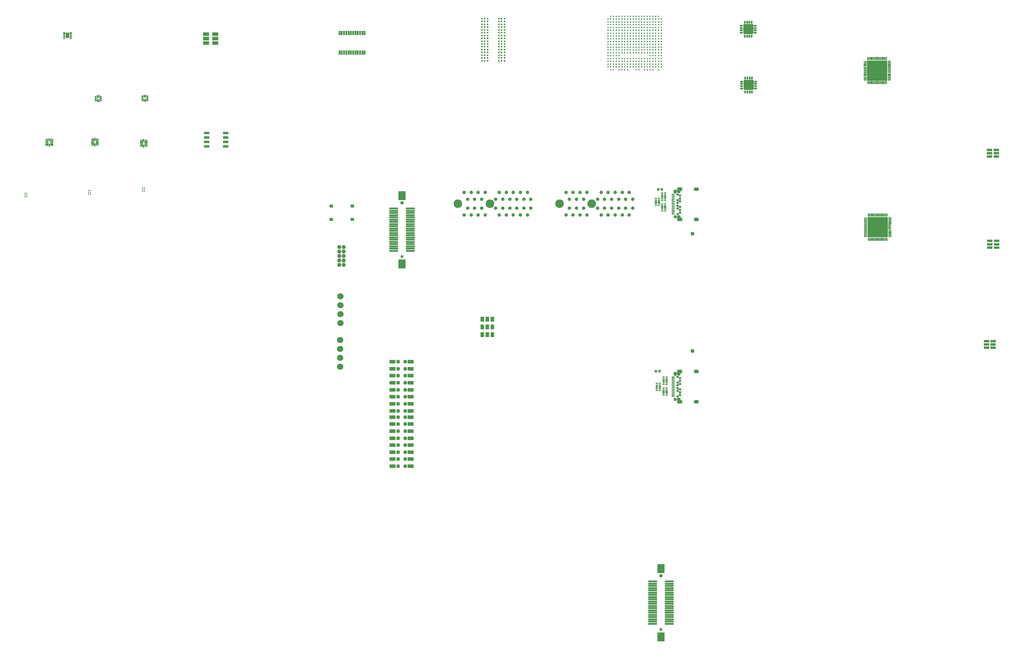
<source format=gts>
%FSLAX46Y46*%
%MOMM*%
%AMPS76*
4,1,4,
0.500000,0.550004,
0.500000,-0.549996,
0.000000,-0.549996,
0.000000,0.550004,
0.500000,0.550004,
0
*
1,1,1.100000,0.000000,0.000004*
1,1,1.100000,0.500000,0.000004*
4,1,4,
0.550000,-0.649996,
-0.550000,-0.649996,
-0.550000,0.000004,
0.550000,0.000004,
0.550000,-0.649996,
0
*
1,1,1.100000,0.000000,0.000004*
1,1,1.100000,0.000000,-0.649996*
%
%ADD76PS76*%
%AMPS50*
4,1,4,
0.500000,0.550004,
0.500000,-0.549996,
0.000000,-0.549996,
0.000000,0.550004,
0.500000,0.550004,
0
*
1,1,1.100000,0.000000,0.000004*
1,1,1.100000,0.500000,0.000004*
4,1,4,
0.550000,-0.649996,
-0.550000,-0.649996,
-0.550000,0.000004,
0.550000,0.000004,
0.550000,-0.649996,
0
*
1,1,1.100000,0.000000,0.000004*
1,1,1.100000,0.000000,-0.649996*
%
%ADD50PS50*%
%AMPS23*
1,1,0.350000,0.000000,0.000000*
%
%ADD23PS23*%
%AMPS82*
1,1,0.500000,0.000000,0.000000*
%
%ADD82PS82*%
%AMPS31*
1,1,0.450000,0.000000,0.000000*
%
%ADD31PS31*%
%AMPS93*
1,1,1.166800,0.000000,0.000000*
%
%ADD93PS93*%
%AMPS90*
1,1,1.166800,0.000000,0.000000*
%
%ADD90PS90*%
%AMPS78*
1,1,1.800000,0.000000,0.000000*
%
%ADD78PS78*%
%AMPS48*
1,1,0.700000,0.000000,0.000000*
%
%ADD48PS48*%
%AMPS45*
1,1,0.700000,0.000000,0.000000*
%
%ADD45PS45*%
%AMPS46*
1,1,0.700000,0.000000,0.000000*
%
%ADD46PS46*%
%AMPS79*
1,1,1.800000,0.000000,0.000000*
%
%ADD79PS79*%
%AMPS89*
1,1,1.166800,0.000000,0.000000*
%
%ADD89PS89*%
%AMPS71*
1,1,1.000000,0.000000,0.000000*
%
%ADD71PS71*%
%AMPS95*
1,1,1.000000,0.000000,0.000000*
%
%ADD95PS95*%
%AMPS72*
1,1,1.000000,0.000000,0.000000*
%
%ADD72PS72*%
%AMPS65*
1,1,1.000000,0.000000,0.000000*
%
%ADD65PS65*%
%AMPS49*
1,1,0.700000,0.000000,0.000000*
%
%ADD49PS49*%
%AMPS66*
1,1,1.000000,0.000000,0.000000*
%
%ADD66PS66*%
%AMPS73*
1,1,1.000000,0.000000,0.000000*
%
%ADD73PS73*%
%AMPS92*
1,1,1.166800,0.000000,0.000000*
%
%ADD92PS92*%
%AMPS81*
1,1,1.800000,0.000000,0.000000*
%
%ADD81PS81*%
%AMPS70*
1,1,1.000000,0.000000,0.000000*
%
%ADD70PS70*%
%AMPS94*
1,1,1.000000,0.000000,0.000000*
%
%ADD94PS94*%
%AMPS80*
1,1,1.800000,0.000000,0.000000*
%
%ADD80PS80*%
%AMPS44*
1,1,0.700000,0.000000,0.000000*
%
%ADD44PS44*%
%AMPS69*
1,1,1.000000,0.000000,0.000000*
%
%ADD69PS69*%
%AMPS68*
1,1,1.000000,0.000000,0.000000*
%
%ADD68PS68*%
%AMPS64*
1,1,1.000000,0.000000,0.000000*
%
%ADD64PS64*%
%AMPS67*
1,1,1.000000,0.000000,0.000000*
%
%ADD67PS67*%
%AMPS53*
1,1,0.700000,0.000000,0.000000*
%
%ADD53PS53*%
%AMPS91*
1,1,1.166800,0.000000,0.000000*
%
%ADD91PS91*%
%AMPS62*
21,1,0.990000,1.750000,0.000000,0.000000,90.000000*
%
%ADD62PS62*%
%AMPS61*
21,1,0.990000,1.750000,0.000000,0.000000,270.000000*
%
%ADD61PS61*%
%AMPS86*
21,1,0.550000,1.150000,0.000000,0.000000,0.000000*
%
%ADD86PS86*%
%AMPS87*
21,1,0.550000,1.150000,0.000000,0.000000,180.000000*
%
%ADD87PS87*%
%AMPS88*
21,1,0.700000,0.600000,0.000000,0.000000,0.000000*
%
%ADD88PS88*%
%AMPS59*
21,1,0.700000,0.600000,0.000000,0.000000,180.000000*
%
%ADD59PS59*%
%AMPS10*
21,1,0.750000,1.550000,0.000000,0.000000,90.000000*
%
%ADD10PS10*%
%AMPS11*
21,1,0.750000,1.550000,0.000000,0.000000,270.000000*
%
%ADD11PS11*%
%AMPS13*
21,1,0.790000,0.420000,0.000000,0.000000,0.000000*
%
%ADD13PS13*%
%AMPS41*
21,1,0.790000,0.420000,0.000000,0.000000,180.000000*
%
%ADD41PS41*%
%AMPS56*
21,1,0.990000,1.700000,0.000000,0.000000,90.000000*
%
%ADD56PS56*%
%AMPS55*
21,1,0.990000,1.700000,0.000000,0.000000,270.000000*
%
%ADD55PS55*%
%AMPS58*
21,1,0.320000,0.800000,0.000000,0.000000,0.000000*
%
%ADD58PS58*%
%AMPS84*
21,1,0.700000,1.600000,0.000000,0.000000,90.000000*
%
%ADD84PS84*%
%AMPS83*
21,1,0.700000,1.600000,0.000000,0.000000,270.000000*
%
%ADD83PS83*%
%AMPS57*
21,1,0.320000,0.550000,0.000000,0.000000,270.000000*
%
%ADD57PS57*%
%AMPS25*
21,1,0.800000,0.320000,0.000000,0.000000,180.000000*
%
%ADD25PS25*%
%AMPS24*
21,1,0.800000,0.320000,0.000000,0.000000,270.000000*
%
%ADD24PS24*%
%AMPS14*
21,1,0.790000,0.320000,0.000000,0.000000,0.000000*
%
%ADD14PS14*%
%AMPS16*
21,1,0.790000,0.320000,0.000000,0.000000,90.000000*
%
%ADD16PS16*%
%AMPS17*
21,1,0.790000,0.320000,0.000000,0.000000,180.000000*
%
%ADD17PS17*%
%AMPS15*
21,1,0.790000,0.320000,0.000000,0.000000,270.000000*
%
%ADD15PS15*%
%AMPS42*
21,1,0.420000,0.800000,0.000000,0.000000,90.000000*
%
%ADD42PS42*%
%AMPS96*
1,1,0.300000,0.000000,0.000000*
%
%ADD96PS96*%
%AMPS43*
21,1,0.500000,1.000000,0.000000,0.000000,180.000000*
1,1,1.000000,-0.250000,0.000000*
1,1,1.000000,0.250000,0.000000*
%
%ADD43PS43*%
%AMPS74*
21,1,0.500000,1.000000,0.000000,0.000000,180.000000*
1,1,1.000000,-0.250000,0.000000*
1,1,1.000000,0.250000,0.000000*
%
%ADD74PS74*%
%AMPS54*
21,1,0.500000,1.000000,0.000000,0.000000,180.000000*
1,1,1.000000,-0.250000,0.000000*
1,1,1.000000,0.250000,0.000000*
%
%ADD54PS54*%
%AMPS77*
21,1,0.500000,1.000000,0.000000,0.000000,180.000000*
1,1,1.000000,-0.250000,0.000000*
1,1,1.000000,0.250000,0.000000*
%
%ADD77PS77*%
%AMPS32*
21,1,1.300000,1.000000,0.000000,0.000000,270.000000*
%
%ADD32PS32*%
%AMPS28*
21,1,5.700000,5.700000,0.000000,0.000000,0.000000*
%
%ADD28PS28*%
%AMPS12*
1,1,1.116000,0.000000,0.000000*
%
%ADD12PS12*%
%AMPS38*
1,1,0.800000,0.000000,0.000000*
%
%ADD38PS38*%
%AMPS60*
1,1,1.100000,0.000000,0.000000*
%
%ADD60PS60*%
%AMPS40*
1,1,1.000000,0.000000,0.000000*
%
%ADD40PS40*%
%AMPS63*
1,1,2.450000,0.000000,0.000000*
%
%ADD63PS63*%
%AMPS51*
1,1,0.950000,0.000000,0.000000*
%
%ADD51PS51*%
%AMPS52*
21,1,0.300000,0.950000,0.000000,0.000000,90.000000*
1,1,0.950000,0.000000,0.150000*
1,1,0.950000,0.000000,-0.150000*
%
%ADD52PS52*%
%AMPS33*
1,1,0.200000,-0.200000,0.050000*
1,1,0.200000,0.200000,-0.050000*
1,1,0.200000,0.200000,0.050000*
1,1,0.200000,-0.200000,-0.050000*
21,1,0.600000,0.100000,0.000000,0.000000,0.000000*
21,1,0.400000,0.300000,0.000000,0.000000,0.000000*
%
%ADD33PS33*%
%AMPS34*
1,1,0.200000,0.200000,-0.050000*
1,1,0.200000,-0.200000,0.050000*
1,1,0.200000,-0.200000,-0.050000*
1,1,0.200000,0.200000,0.050000*
21,1,0.600000,0.100000,0.000000,0.000000,180.000000*
21,1,0.400000,0.300000,0.000000,0.000000,180.000000*
%
%ADD34PS34*%
%AMPS39*
1,1,0.300000,0.900000,1.150000*
1,1,0.300000,-0.900000,-1.150000*
1,1,0.300000,0.900000,-1.150000*
1,1,0.300000,-0.900000,1.150000*
21,1,2.600000,1.800000,0.000000,0.000000,270.000000*
21,1,2.300000,2.100000,0.000000,0.000000,270.000000*
%
%ADD39PS39*%
%AMPS22*
1,1,0.200000,-1.300000,1.300000*
1,1,0.200000,1.300000,-1.300000*
1,1,0.200000,1.300000,1.300000*
1,1,0.200000,-1.300000,-1.300000*
21,1,2.800000,2.600000,0.000000,0.000000,0.000000*
21,1,2.600000,2.800000,0.000000,0.000000,0.000000*
%
%ADD22PS22*%
%AMPS29*
1,1,0.200000,0.232500,-0.050000*
1,1,0.200000,-0.232500,0.050000*
1,1,0.200000,-0.232500,-0.050000*
1,1,0.200000,0.232500,0.050000*
21,1,0.665000,0.100000,0.000000,0.000000,180.000000*
21,1,0.465000,0.300000,0.000000,0.000000,180.000000*
%
%ADD29PS29*%
%AMPS35*
1,1,0.200000,0.400000,-0.700000*
1,1,0.200000,-0.400000,0.700000*
1,1,0.200000,-0.400000,-0.700000*
1,1,0.200000,0.400000,0.700000*
21,1,1.000000,1.400000,0.000000,0.000000,180.000000*
21,1,0.800000,1.600000,0.000000,0.000000,180.000000*
%
%ADD35PS35*%
%AMPS85*
1,1,0.300000,-0.400000,0.275000*
1,1,0.300000,0.400000,-0.275000*
1,1,0.300000,0.400000,0.275000*
1,1,0.300000,-0.400000,-0.275000*
21,1,1.100000,0.550000,0.000000,0.000000,0.000000*
21,1,0.800000,0.850000,0.000000,0.000000,0.000000*
%
%ADD85PS85*%
%AMPS30*
1,1,0.200000,0.232500,-0.150000*
1,1,0.200000,-0.232500,0.150000*
1,1,0.200000,-0.232500,-0.150000*
1,1,0.200000,0.232500,0.150000*
21,1,0.665000,0.300000,0.000000,0.000000,180.000000*
21,1,0.465000,0.500000,0.000000,0.000000,180.000000*
%
%ADD30PS30*%
%AMPS36*
1,1,0.300000,-1.150000,-0.075000*
1,1,0.300000,1.150000,0.075000*
1,1,0.300000,-1.150000,0.075000*
1,1,0.300000,1.150000,-0.075000*
21,1,0.450000,2.300000,0.000000,0.000000,90.000000*
21,1,0.150000,2.600000,0.000000,0.000000,90.000000*
%
%ADD36PS36*%
%AMPS37*
1,1,0.300000,1.150000,0.075000*
1,1,0.300000,-1.150000,-0.075000*
1,1,0.300000,1.150000,-0.075000*
1,1,0.300000,-1.150000,0.075000*
21,1,0.450000,2.300000,0.000000,0.000000,270.000000*
21,1,0.150000,2.600000,0.000000,0.000000,270.000000*
%
%ADD37PS37*%
%AMPS20*
1,1,0.450000,0.000000,0.225000*
1,1,0.450000,0.000000,-0.225000*
1,1,0.450000,0.000000,0.225000*
1,1,0.450000,0.000000,-0.225000*
21,1,0.450000,0.450000,0.000000,0.000000,0.000000*
21,1,0.000000,0.900000,0.000000,0.000000,0.000000*
%
%ADD20PS20*%
%AMPS18*
1,1,0.450000,-0.225000,0.000000*
1,1,0.450000,0.225000,0.000000*
1,1,0.450000,-0.225000,0.000000*
1,1,0.450000,0.225000,0.000000*
21,1,0.450000,0.450000,0.000000,0.000000,90.000000*
21,1,0.000000,0.900000,0.000000,0.000000,90.000000*
%
%ADD18PS18*%
%AMPS21*
1,1,0.450000,0.000000,-0.225000*
1,1,0.450000,0.000000,0.225000*
1,1,0.450000,0.000000,-0.225000*
1,1,0.450000,0.000000,0.225000*
21,1,0.450000,0.450000,0.000000,0.000000,180.000000*
21,1,0.000000,0.900000,0.000000,0.000000,180.000000*
%
%ADD21PS21*%
%AMPS19*
1,1,0.450000,0.225000,0.000000*
1,1,0.450000,-0.225000,0.000000*
1,1,0.450000,0.225000,0.000000*
1,1,0.450000,-0.225000,0.000000*
21,1,0.450000,0.450000,0.000000,0.000000,270.000000*
21,1,0.000000,0.900000,0.000000,0.000000,270.000000*
%
%ADD19PS19*%
%AMPS75*
4,1,4,
0.500000,0.550000,
0.500000,-0.550000,
0.000000,-0.550000,
0.000000,0.550000,
0.500000,0.550000,
0
*
1,1,1.100000,0.000000,0.000000*
1,1,1.100000,0.500000,0.000000*
4,1,4,
0.550000,0.000000,
-0.550000,0.000000,
-0.550000,0.650000,
0.550000,0.650000,
0.550000,0.000000,
0
*
1,1,1.100000,0.000000,0.650000*
1,1,1.100000,0.000000,0.000000*
%
%ADD75PS75*%
%AMPS47*
4,1,4,
0.500000,0.550000,
0.500000,-0.550000,
0.000000,-0.550000,
0.000000,0.550000,
0.500000,0.550000,
0
*
1,1,1.100000,0.000000,0.000000*
1,1,1.100000,0.500000,0.000000*
4,1,4,
0.550000,0.000000,
-0.550000,0.000000,
-0.550000,0.650000,
0.550000,0.650000,
0.550000,0.000000,
0
*
1,1,1.100000,0.000000,0.650000*
1,1,1.100000,0.000000,0.000000*
%
%ADD47PS47*%
%AMPS27*
4,1,4,
-0.050000,-0.040000,
-0.050000,0.260000,
0.750000,0.260000,
0.750000,-0.040000,
-0.050000,-0.040000,
0
*
4,1,4,
-0.050000,0.360000,
-0.050000,0.660000,
0.750000,0.660000,
0.750000,0.360000,
-0.050000,0.360000,
0
*
%
%ADD27PS27*%
%AMPS26*
4,1,4,
0.050000,-0.760000,
0.050000,-1.060000,
-0.750000,-1.060000,
-0.750000,-0.760000,
0.050000,-0.760000,
0
*
4,1,4,
0.050000,0.040000,
0.050000,-0.260000,
-0.750000,-0.260000,
-0.750000,0.040000,
0.050000,0.040000,
0
*
4,1,4,
0.050000,-0.360000,
0.050000,-0.660000,
-0.750000,-0.660000,
-0.750000,-0.360000,
0.050000,-0.360000,
0
*
%
%ADD26PS26*%
G01*
G01*
%LPD*%
G75*
D10*
X128140000Y-14840000D03*
D11*
X128140000Y-12940000D03*
D11*
X126240000Y-14840000D03*
D11*
X126240000Y-12940000D03*
D11*
X126240000Y-13890000D03*
D10*
X128140000Y-13890000D03*
D12*
X42532000Y-15741100D03*
D12*
X42532000Y17741100D03*
D13*
X-139955000Y42915000D03*
D14*
X-139955000Y43715000D03*
D15*
X-140610000Y42910000D03*
D16*
X-140610000Y44520000D03*
D17*
X-141265000Y43715000D03*
D17*
X-141265000Y44115000D03*
D17*
X-141265000Y44515000D03*
D17*
X-141265000Y42915000D03*
D14*
X-139955000Y43315000D03*
D17*
X-141265000Y43315000D03*
D14*
X-139955000Y44515000D03*
D14*
X-139955000Y44115000D03*
D18*
X56500000Y60425000D03*
D19*
X60500000Y59775000D03*
D18*
X56500000Y59775000D03*
D20*
X58825000Y62100000D03*
D20*
X57525000Y62100000D03*
D19*
X60500000Y61075000D03*
D18*
X56500000Y61075000D03*
D21*
X58175000Y58100000D03*
D20*
X58175000Y62100000D03*
D22*
X58500000Y60100000D03*
D19*
X60500000Y59125000D03*
D20*
X59475000Y62100000D03*
D18*
X56500000Y59125000D03*
D21*
X59475000Y58100000D03*
D21*
X58825000Y58100000D03*
D21*
X57525000Y58100000D03*
D19*
X60500000Y60425000D03*
D23*
X-129400000Y29500000D03*
D23*
X-129400000Y30000000D03*
D23*
X-128900000Y29000000D03*
D23*
X-128900000Y29500000D03*
D23*
X-129400000Y29000000D03*
D23*
X-128900000Y30000000D03*
D24*
X94500000Y60760000D03*
D24*
X93700000Y67640000D03*
D24*
X93700000Y60760000D03*
D25*
X98540000Y62800000D03*
D26*
X92010000Y62510000D03*
D24*
X95300000Y60760000D03*
D25*
X98540000Y65200000D03*
D24*
X95700000Y67640000D03*
D25*
X98540000Y66400000D03*
D24*
X97300000Y67640000D03*
D24*
X94100000Y67640000D03*
D24*
X95300000Y67640000D03*
D24*
X92900000Y67640000D03*
D24*
X92900000Y60760000D03*
D25*
X98540000Y63200000D03*
D27*
X98190000Y64290000D03*
D27*
X98190000Y63490000D03*
D24*
X94900000Y60760000D03*
D24*
X96100000Y67640000D03*
D24*
X95700000Y60760000D03*
D24*
X97700000Y60760000D03*
D24*
X92500000Y67640000D03*
D24*
X96500000Y60760000D03*
D25*
X98540000Y66800000D03*
D24*
X96900000Y67640000D03*
D24*
X96900000Y60760000D03*
D24*
X96500000Y67640000D03*
D25*
X98540000Y62000000D03*
D25*
X98540000Y66000000D03*
D24*
X94900000Y67640000D03*
D25*
X98540000Y65600000D03*
D26*
X92010000Y64110000D03*
D24*
X97700000Y67640000D03*
D24*
X94100000Y60760000D03*
D24*
X97300000Y60760000D03*
D25*
X98540000Y62400000D03*
D24*
X94500000Y67640000D03*
D24*
X92500000Y60760000D03*
D28*
X95100000Y64200000D03*
D24*
X93300000Y60760000D03*
D26*
X92010000Y65310000D03*
D25*
X98540000Y61600000D03*
D25*
X91660000Y65600000D03*
D26*
X92010000Y66910000D03*
D25*
X91660000Y62800000D03*
D24*
X93300000Y67640000D03*
D24*
X96100000Y60760000D03*
D29*
X34282500Y-28300000D03*
D29*
X35117500Y-26300000D03*
D29*
X35117500Y-27800000D03*
D30*
X34282500Y-27300000D03*
D29*
X34282500Y-26300000D03*
D29*
X35117500Y-26800000D03*
D29*
X34282500Y-26800000D03*
D29*
X35117500Y-28300000D03*
D30*
X35117500Y-27300000D03*
D29*
X34282500Y-27800000D03*
D31*
X18440000Y70080000D03*
D31*
X20840000Y75680000D03*
D31*
X32840000Y66880000D03*
D31*
X29640000Y66080000D03*
D31*
X20040000Y67680000D03*
D31*
X32040000Y71680000D03*
D31*
X28040000Y71680000D03*
D31*
X29640000Y72480000D03*
D31*
X28040000Y78880000D03*
D31*
X24040000Y72480000D03*
D31*
X24840000Y70080000D03*
D31*
X23240000Y69280000D03*
D31*
X26440000Y71680000D03*
D31*
X32040000Y75680000D03*
D31*
X23240000Y67680000D03*
D31*
X22440000Y71680000D03*
D31*
X23240000Y66880000D03*
D31*
X33640000Y66880000D03*
D31*
X22440000Y72480000D03*
D31*
X30440000Y64480000D03*
D31*
X18440000Y67680000D03*
D31*
X25640000Y65280000D03*
D31*
X22440000Y77280000D03*
D31*
X18440000Y65280000D03*
D31*
X32040000Y67680000D03*
D31*
X33640000Y78080000D03*
D31*
X28840000Y67680000D03*
D31*
X18440000Y76480000D03*
D31*
X32840000Y77280000D03*
D31*
X21640000Y66080000D03*
D31*
X20040000Y70880000D03*
D31*
X19240000Y75680000D03*
D31*
X32840000Y76480000D03*
D31*
X19240000Y78880000D03*
D31*
X26440000Y74080000D03*
D31*
X21640000Y76480000D03*
D31*
X21640000Y67680000D03*
D31*
X27240000Y66880000D03*
D31*
X22440000Y66880000D03*
D31*
X25640000Y70080000D03*
D31*
X32840000Y79680000D03*
D31*
X21640000Y74080000D03*
D31*
X32840000Y74080000D03*
D31*
X29640000Y73280000D03*
D31*
X19240000Y64480000D03*
D31*
X28040000Y75680000D03*
D31*
X28840000Y64480000D03*
D31*
X20840000Y70080000D03*
D31*
X20040000Y74880000D03*
D31*
X28040000Y79680000D03*
D31*
X29640000Y75680000D03*
D31*
X23240000Y78080000D03*
D31*
X25640000Y74080000D03*
D31*
X31240000Y71680000D03*
D31*
X22440000Y67680000D03*
D31*
X20840000Y65280000D03*
D31*
X33640000Y74880000D03*
D31*
X28840000Y65280000D03*
D31*
X33640000Y76480000D03*
D31*
X23240000Y70080000D03*
D31*
X28040000Y67680000D03*
D31*
X20840000Y79680000D03*
D31*
X23240000Y66080000D03*
D31*
X29640000Y66880000D03*
D31*
X24840000Y76480000D03*
D31*
X18440000Y70880000D03*
D31*
X29640000Y71680000D03*
D31*
X24840000Y65280000D03*
D31*
X27240000Y72480000D03*
D31*
X24840000Y67680000D03*
D31*
X20040000Y77280000D03*
D31*
X18440000Y74080000D03*
D31*
X25640000Y67680000D03*
D31*
X28840000Y66880000D03*
D31*
X26440000Y76480000D03*
D31*
X27240000Y70080000D03*
D31*
X24040000Y73280000D03*
D31*
X24040000Y67680000D03*
D31*
X32840000Y73280000D03*
D31*
X29640000Y78880000D03*
D31*
X27240000Y69280000D03*
D31*
X20040000Y69280000D03*
D31*
X30440000Y66080000D03*
D31*
X33640000Y67680000D03*
D31*
X24840000Y70880000D03*
D31*
X20840000Y69280000D03*
D31*
X32840000Y71680000D03*
D31*
X18440000Y71680000D03*
D31*
X24040000Y78880000D03*
D31*
X31240000Y74880000D03*
D31*
X29640000Y65280000D03*
D31*
X27240000Y71680000D03*
D31*
X28840000Y79680000D03*
D31*
X26440000Y72480000D03*
D31*
X29640000Y77280000D03*
D31*
X33640000Y68480000D03*
D31*
X28840000Y74880000D03*
D31*
X25640000Y70880000D03*
D31*
X26440000Y69280000D03*
D31*
X32840000Y75680000D03*
D31*
X27240000Y76480000D03*
D31*
X21640000Y70080000D03*
D31*
X20840000Y78080000D03*
D31*
X25640000Y74880000D03*
D31*
X30440000Y75680000D03*
D31*
X25640000Y73280000D03*
D31*
X23240000Y75680000D03*
D31*
X19240000Y73280000D03*
D31*
X21640000Y78880000D03*
D31*
X28040000Y74880000D03*
D31*
X19240000Y79680000D03*
D31*
X18440000Y66080000D03*
D31*
X24040000Y75680000D03*
D31*
X22440000Y78880000D03*
D31*
X18440000Y74880000D03*
D31*
X32040000Y66880000D03*
D31*
X26440000Y70080000D03*
D31*
X31240000Y70880000D03*
D31*
X32840000Y65280000D03*
D31*
X27240000Y70880000D03*
D31*
X28040000Y72480000D03*
D31*
X20840000Y74880000D03*
D31*
X32840000Y67680000D03*
D31*
X24840000Y78880000D03*
D31*
X22440000Y69280000D03*
D31*
X22440000Y65280000D03*
D31*
X23240000Y76480000D03*
D31*
X20040000Y71680000D03*
D31*
X18440000Y69280000D03*
D31*
X32040000Y70880000D03*
D31*
X23240000Y73280000D03*
D31*
X18440000Y77280000D03*
D31*
X28840000Y77280000D03*
D31*
X24840000Y74080000D03*
D31*
X31240000Y66080000D03*
D31*
X30440000Y78080000D03*
D31*
X26440000Y73280000D03*
D31*
X33640000Y74080000D03*
D31*
X26440000Y78080000D03*
D31*
X22440000Y76480000D03*
D31*
X31240000Y76480000D03*
D31*
X32040000Y76480000D03*
D31*
X24840000Y75680000D03*
D31*
X32040000Y74080000D03*
D31*
X20040000Y78880000D03*
D31*
X21640000Y71680000D03*
D31*
X33640000Y78880000D03*
D31*
X29640000Y74080000D03*
D31*
X32040000Y66080000D03*
D31*
X19240000Y70080000D03*
D31*
X23240000Y71680000D03*
D31*
X18440000Y78880000D03*
D31*
X26440000Y75680000D03*
D31*
X25640000Y71680000D03*
D31*
X32040000Y78080000D03*
D31*
X19240000Y74080000D03*
D31*
X30440000Y78880000D03*
D31*
X28040000Y70080000D03*
D31*
X24840000Y74880000D03*
D31*
X32040000Y69280000D03*
D31*
X26440000Y64480000D03*
D31*
X29640000Y64480000D03*
D31*
X22440000Y79680000D03*
D31*
X32840000Y78880000D03*
D31*
X24040000Y76480000D03*
D31*
X24840000Y71680000D03*
D31*
X19240000Y67680000D03*
D31*
X18440000Y73280000D03*
D31*
X20840000Y71680000D03*
D31*
X25640000Y79680000D03*
D31*
X24040000Y74880000D03*
D31*
X20040000Y66080000D03*
D31*
X25640000Y78080000D03*
D31*
X21640000Y79680000D03*
D31*
X24040000Y71680000D03*
D31*
X32840000Y74880000D03*
D31*
X26440000Y78880000D03*
D31*
X32840000Y70880000D03*
D31*
X20040000Y73280000D03*
D31*
X18440000Y68480000D03*
D31*
X24840000Y79680000D03*
D31*
X28840000Y73280000D03*
D31*
X24040000Y77280000D03*
D31*
X28840000Y76480000D03*
D31*
X32840000Y64480000D03*
D31*
X32840000Y78080000D03*
D31*
X18440000Y66880000D03*
D31*
X22440000Y64480000D03*
D31*
X19240000Y66880000D03*
D31*
X27240000Y73280000D03*
D31*
X24840000Y77280000D03*
D31*
X27240000Y67680000D03*
D31*
X30440000Y70880000D03*
D31*
X28040000Y78080000D03*
D31*
X30440000Y69280000D03*
D31*
X27240000Y78080000D03*
D31*
X30440000Y66880000D03*
D31*
X32040000Y77280000D03*
D31*
X28040000Y69280000D03*
D31*
X30440000Y74080000D03*
D31*
X27240000Y79680000D03*
D31*
X27240000Y65280000D03*
D31*
X23240000Y79680000D03*
D31*
X21640000Y66880000D03*
D31*
X28840000Y72480000D03*
D31*
X21640000Y65280000D03*
D31*
X19240000Y71680000D03*
D31*
X20840000Y76480000D03*
D31*
X31240000Y67680000D03*
D31*
X30440000Y76480000D03*
D31*
X33640000Y69280000D03*
D31*
X20040000Y75680000D03*
D31*
X31240000Y66880000D03*
D31*
X30440000Y68480000D03*
D31*
X23240000Y74880000D03*
D31*
X20040000Y78080000D03*
D31*
X20840000Y74080000D03*
D31*
X19240000Y65280000D03*
D31*
X28040000Y73280000D03*
D31*
X20840000Y70880000D03*
D31*
X27240000Y78880000D03*
D31*
X24040000Y66080000D03*
D31*
X31240000Y65280000D03*
D31*
X24840000Y66880000D03*
D31*
X28840000Y78080000D03*
D31*
X33640000Y70880000D03*
D31*
X24840000Y72480000D03*
D31*
X25640000Y72480000D03*
D31*
X26440000Y77280000D03*
D31*
X23240000Y78880000D03*
D31*
X22440000Y70080000D03*
D31*
X20040000Y76480000D03*
D31*
X28040000Y74080000D03*
D31*
X23240000Y70880000D03*
D31*
X31240000Y70080000D03*
D31*
X19240000Y76480000D03*
D31*
X31240000Y79680000D03*
D31*
X28840000Y75680000D03*
D31*
X31240000Y74080000D03*
D31*
X24040000Y74080000D03*
D31*
X28840000Y78880000D03*
D31*
X21640000Y74880000D03*
D31*
X24040000Y79680000D03*
D31*
X31240000Y64480000D03*
D31*
X20040000Y66880000D03*
D31*
X28840000Y74080000D03*
D31*
X28040000Y65280000D03*
D31*
X19240000Y78080000D03*
D31*
X20040000Y70080000D03*
D31*
X20840000Y68480000D03*
D31*
X31240000Y75680000D03*
D31*
X28840000Y71680000D03*
D31*
X32040000Y68480000D03*
D31*
X25640000Y75680000D03*
D31*
X19240000Y68480000D03*
D31*
X24040000Y69280000D03*
D31*
X32040000Y65280000D03*
D31*
X26440000Y66880000D03*
D31*
X33640000Y73280000D03*
D31*
X31240000Y77280000D03*
D31*
X32840000Y69280000D03*
D31*
X20840000Y66880000D03*
D31*
X29640000Y74880000D03*
D31*
X29640000Y67680000D03*
D31*
X21640000Y64480000D03*
D31*
X21640000Y73280000D03*
D31*
X26440000Y65280000D03*
D31*
X31240000Y73280000D03*
D31*
X29640000Y76480000D03*
D31*
X31240000Y72480000D03*
D31*
X22440000Y74880000D03*
D31*
X32840000Y68480000D03*
D31*
X20840000Y77280000D03*
D31*
X27240000Y75680000D03*
D31*
X20040000Y74080000D03*
D31*
X20040000Y79680000D03*
D31*
X25640000Y78880000D03*
D31*
X24840000Y69280000D03*
D31*
X30440000Y72480000D03*
D31*
X24840000Y73280000D03*
D31*
X31240000Y78880000D03*
D31*
X23240000Y64480000D03*
D31*
X27240000Y74880000D03*
D31*
X25640000Y66080000D03*
D31*
X20840000Y73280000D03*
D31*
X19240000Y74880000D03*
D31*
X29640000Y69280000D03*
D31*
X22440000Y74080000D03*
D31*
X24840000Y78080000D03*
D31*
X21640000Y69280000D03*
D31*
X23240000Y74080000D03*
D31*
X27240000Y64480000D03*
D31*
X24040000Y66880000D03*
D31*
X21640000Y68480000D03*
D31*
X28040000Y76480000D03*
D31*
X19240000Y72480000D03*
D31*
X33640000Y71680000D03*
D31*
X19240000Y77280000D03*
D31*
X18440000Y72480000D03*
D31*
X33640000Y66080000D03*
D31*
X19240000Y69280000D03*
D31*
X20040000Y72480000D03*
D31*
X21640000Y70880000D03*
D31*
X33640000Y77280000D03*
D31*
X22440000Y70880000D03*
D31*
X25640000Y76480000D03*
D31*
X30440000Y65280000D03*
D31*
X32040000Y70080000D03*
D31*
X28040000Y77280000D03*
D31*
X30440000Y79680000D03*
D31*
X22440000Y66080000D03*
D31*
X19240000Y66080000D03*
D31*
X30440000Y71680000D03*
D31*
X33640000Y75680000D03*
D31*
X30440000Y77280000D03*
D31*
X26440000Y74880000D03*
D31*
X25640000Y66880000D03*
D31*
X21640000Y72480000D03*
D31*
X29640000Y70880000D03*
D31*
X30440000Y67680000D03*
D31*
X24040000Y64480000D03*
D31*
X32040000Y78880000D03*
D31*
X32840000Y70080000D03*
D31*
X33640000Y70080000D03*
D31*
X18440000Y78080000D03*
D31*
X28840000Y70080000D03*
D31*
X32840000Y72480000D03*
D31*
X29640000Y79680000D03*
D31*
X22440000Y73280000D03*
D31*
X27240000Y66080000D03*
D31*
X20040000Y68480000D03*
D31*
X23240000Y77280000D03*
D31*
X28040000Y66880000D03*
D31*
X24040000Y70880000D03*
D31*
X28040000Y70880000D03*
D31*
X25640000Y77280000D03*
D31*
X31240000Y68480000D03*
D31*
X20840000Y67680000D03*
D31*
X20840000Y78880000D03*
D31*
X28840000Y66080000D03*
D31*
X26440000Y67680000D03*
D31*
X23240000Y65280000D03*
D31*
X20040000Y65280000D03*
D31*
X18440000Y75680000D03*
D31*
X24040000Y65280000D03*
D31*
X26440000Y79680000D03*
D31*
X24040000Y70080000D03*
D31*
X24840000Y66080000D03*
D31*
X30440000Y70080000D03*
D31*
X22440000Y75680000D03*
D31*
X22440000Y78080000D03*
D31*
X30440000Y74880000D03*
D31*
X32040000Y79680000D03*
D31*
X27240000Y74080000D03*
D31*
X19240000Y70880000D03*
D31*
X32040000Y74880000D03*
D31*
X21640000Y77280000D03*
D31*
X30440000Y73280000D03*
D31*
X28040000Y66080000D03*
D31*
X26440000Y70880000D03*
D31*
X33640000Y72480000D03*
D31*
X32040000Y72480000D03*
D31*
X29640000Y78080000D03*
D31*
X24040000Y78080000D03*
D31*
X28840000Y69280000D03*
D31*
X23240000Y72480000D03*
D31*
X20840000Y66080000D03*
D31*
X20840000Y72480000D03*
D31*
X29640000Y70080000D03*
D31*
X31240000Y78080000D03*
D31*
X26440000Y66080000D03*
D31*
X25640000Y69280000D03*
D31*
X31240000Y69280000D03*
D31*
X20040000Y64480000D03*
D31*
X28840000Y70880000D03*
D31*
X32840000Y66080000D03*
D31*
X21640000Y78080000D03*
D31*
X33640000Y65280000D03*
D31*
X32040000Y73280000D03*
D31*
X27240000Y77280000D03*
D31*
X21640000Y75680000D03*
D32*
X-14500000Y-6700000D03*
D32*
X-14500000Y-11100000D03*
D32*
X-14500000Y-8900000D03*
D10*
X129100000Y13740000D03*
D11*
X129100000Y15640000D03*
D11*
X127200000Y13740000D03*
D11*
X127200000Y15640000D03*
D11*
X127200000Y14690000D03*
D10*
X129100000Y14690000D03*
D33*
X-136390000Y74650000D03*
D34*
X-134490000Y73850000D03*
D33*
X-136390000Y75050000D03*
D35*
X-135440000Y74250000D03*
D34*
X-134490000Y73450000D03*
D34*
X-134490000Y74250000D03*
D33*
X-136390000Y73850000D03*
D33*
X-136390000Y74250000D03*
D34*
X-134490000Y74650000D03*
D34*
X-134490000Y75050000D03*
D33*
X-136390000Y73450000D03*
D18*
X56400000Y76325000D03*
D19*
X60400000Y75675000D03*
D18*
X56400000Y75675000D03*
D20*
X58725000Y78000000D03*
D20*
X57425000Y78000000D03*
D19*
X60400000Y76975000D03*
D18*
X56400000Y76975000D03*
D21*
X58075000Y74000000D03*
D20*
X58075000Y78000000D03*
D22*
X58400000Y76000000D03*
D19*
X60400000Y75025000D03*
D20*
X59375000Y78000000D03*
D18*
X56400000Y75025000D03*
D21*
X59375000Y74000000D03*
D21*
X58725000Y74000000D03*
D21*
X57425000Y74000000D03*
D19*
X60400000Y76325000D03*
D36*
X35889997Y-86547513D03*
D37*
X31189997Y-81467513D03*
D38*
X33540000Y-95185000D03*
D37*
X31189997Y-92262513D03*
D36*
X35889997Y-83372513D03*
D37*
X31189997Y-90992513D03*
D39*
X33540000Y-77765000D03*
D37*
X31189997Y-89087513D03*
D36*
X35889997Y-92262513D03*
D36*
X35889997Y-87817513D03*
D37*
X31189997Y-84007513D03*
D37*
X31189997Y-85277513D03*
D37*
X31189997Y-87182513D03*
D37*
X31189997Y-93532513D03*
D40*
X33540000Y-79815000D03*
D36*
X35889997Y-81467513D03*
D37*
X31189997Y-84642513D03*
D37*
X31189997Y-90357513D03*
D37*
X31189997Y-89722513D03*
D37*
X31189997Y-92897513D03*
D36*
X35889997Y-82102513D03*
D36*
X35889997Y-90992513D03*
D36*
X35889997Y-90357513D03*
D36*
X35889997Y-93532513D03*
D36*
X35889997Y-91627513D03*
D36*
X35889997Y-89722513D03*
D36*
X35889997Y-88452513D03*
D37*
X31189997Y-82102513D03*
D37*
X31189997Y-87817513D03*
D36*
X35889997Y-85277513D03*
D37*
X31189997Y-88452513D03*
D36*
X35889997Y-84007513D03*
D37*
X31189997Y-85912513D03*
D36*
X35889997Y-92897513D03*
D37*
X31189997Y-91627513D03*
D39*
X33540000Y-97235000D03*
D36*
X35889997Y-85912513D03*
D36*
X35889997Y-84642513D03*
D36*
X35889997Y-87182513D03*
D37*
X31189997Y-83372513D03*
D36*
X35889997Y-89087513D03*
D37*
X31189997Y-82737513D03*
D37*
X31189997Y-86547513D03*
D36*
X35889997Y-82737513D03*
D41*
X-114400000Y44300000D03*
D17*
X-114400000Y43500000D03*
D16*
X-113745000Y44305000D03*
D15*
X-113745000Y42695000D03*
D14*
X-113090000Y43500000D03*
D14*
X-113090000Y43100000D03*
D14*
X-113090000Y42700000D03*
D14*
X-113090000Y44300000D03*
D17*
X-114400000Y43900000D03*
D14*
X-113090000Y43900000D03*
D17*
X-114400000Y42700000D03*
D17*
X-114400000Y43100000D03*
D23*
X-114110000Y30260000D03*
D23*
X-114110000Y30760000D03*
D23*
X-113610000Y29760000D03*
D23*
X-113610000Y30260000D03*
D23*
X-114110000Y29760000D03*
D23*
X-113610000Y30760000D03*
D42*
X36990000Y-26650002D03*
D43*
X43650000Y-21570000D03*
D42*
X36990000Y-24650002D03*
D44*
X38300000Y-26300000D03*
D45*
X39000000Y-26700000D03*
D46*
X39000000Y-28300000D03*
D47*
X38650000Y-30230000D03*
D42*
X36990000Y-27150002D03*
D48*
X39000000Y-25100000D03*
D49*
X38300000Y-25500000D03*
D50*
X38650000Y-21570000D03*
D42*
X36990000Y-25150002D03*
D42*
X36990000Y-23150002D03*
D51*
X37650000Y-29500000D03*
D49*
X38300000Y-27100000D03*
D52*
X37650000Y-22300000D03*
D45*
X39000000Y-23500000D03*
D45*
X38300000Y-24700000D03*
D45*
X39000000Y-27500000D03*
D42*
X36990000Y-28150002D03*
D53*
X39000000Y-24300000D03*
D42*
X36990000Y-28650002D03*
D48*
X38300000Y-23100000D03*
D42*
X36990000Y-27650002D03*
D42*
X36990000Y-24150002D03*
D42*
X36990000Y-26150002D03*
D42*
X36990000Y-23650002D03*
D42*
X36990000Y-25650002D03*
D46*
X38300000Y-28700000D03*
D54*
X43650000Y-30230000D03*
D29*
X33882500Y27300000D03*
D29*
X34717500Y29300000D03*
D29*
X34717500Y27800000D03*
D30*
X33882500Y28300000D03*
D29*
X33882500Y29300000D03*
D29*
X34717500Y28800000D03*
D29*
X33882500Y28800000D03*
D29*
X34717500Y27300000D03*
D30*
X34717500Y28300000D03*
D29*
X33882500Y27800000D03*
D55*
X-96000000Y73300000D03*
D56*
X-93400000Y72030000D03*
D56*
X-93400000Y73300000D03*
D55*
X-96000000Y74570000D03*
D55*
X-96000000Y72030000D03*
D56*
X-93400000Y74570000D03*
D32*
X-15900000Y-6700000D03*
D32*
X-15900000Y-11100000D03*
D32*
X-15900000Y-8900000D03*
D57*
X-112695000Y56090000D03*
D57*
X-114145000Y55690000D03*
D57*
X-112695000Y56490000D03*
D57*
X-112695000Y56890000D03*
D58*
X-113620000Y56890000D03*
D57*
X-114145000Y56490000D03*
D57*
X-114145000Y56090000D03*
D57*
X-114145000Y56890000D03*
D58*
X-113220000Y56890000D03*
D58*
X-113220000Y55690000D03*
D58*
X-113620000Y55690000D03*
D57*
X-112695000Y55690000D03*
D59*
X32100000Y-21500000D03*
D59*
X33100000Y-21500000D03*
D60*
X-41300000Y-40600000D03*
D61*
X-42874995Y-36599999D03*
D62*
X-37724995Y-46599999D03*
D60*
X-39300000Y-38600000D03*
D62*
X-37724995Y-38599999D03*
D60*
X-39300000Y-40600000D03*
D62*
X-37724995Y-40599999D03*
D60*
X-41300000Y-38600000D03*
D61*
X-42874995Y-44599999D03*
D60*
X-39300000Y-44600000D03*
D60*
X-41300000Y-36600000D03*
D60*
X-39300000Y-36600000D03*
D60*
X-39300000Y-34600000D03*
D60*
X-39300000Y-48600000D03*
D62*
X-37724995Y-42599999D03*
D61*
X-42874995Y-46599999D03*
D60*
X-41300000Y-46600000D03*
D60*
X-41300000Y-34600000D03*
D60*
X-39300000Y-42600000D03*
D60*
X-41300000Y-48600000D03*
D62*
X-37724995Y-34599999D03*
D62*
X-37724995Y-48599999D03*
D62*
X-37724995Y-36599999D03*
D60*
X-41300000Y-42600000D03*
D61*
X-42874995Y-38599999D03*
D61*
X-42874995Y-34599999D03*
D61*
X-42874995Y-40599999D03*
D60*
X-39300000Y-46600000D03*
D60*
X-41300000Y-44600000D03*
D61*
X-42874995Y-48599999D03*
D62*
X-37724995Y-44599999D03*
D61*
X-42874995Y-42599999D03*
D24*
X94660000Y16120000D03*
D24*
X93860000Y23000000D03*
D24*
X93860000Y16120000D03*
D25*
X98700000Y18160000D03*
D26*
X92170000Y17870000D03*
D24*
X95460000Y16120000D03*
D25*
X98700000Y20560000D03*
D24*
X95860000Y23000000D03*
D25*
X98700000Y21760000D03*
D24*
X97460000Y23000000D03*
D24*
X94260000Y23000000D03*
D24*
X95460000Y23000000D03*
D24*
X93060000Y23000000D03*
D24*
X93060000Y16120000D03*
D25*
X98700000Y18560000D03*
D27*
X98350000Y19650000D03*
D27*
X98350000Y18850000D03*
D24*
X95060000Y16120000D03*
D24*
X96260000Y23000000D03*
D24*
X95860000Y16120000D03*
D24*
X97860000Y16120000D03*
D24*
X92660000Y23000000D03*
D24*
X96660000Y16120000D03*
D25*
X98700000Y22160000D03*
D24*
X97060000Y23000000D03*
D24*
X97060000Y16120000D03*
D24*
X96660000Y23000000D03*
D25*
X98700000Y17360000D03*
D25*
X98700000Y21360000D03*
D24*
X95060000Y23000000D03*
D25*
X98700000Y20960000D03*
D26*
X92170000Y19470000D03*
D24*
X97860000Y23000000D03*
D24*
X94260000Y16120000D03*
D24*
X97460000Y16120000D03*
D25*
X98700000Y17760000D03*
D24*
X94660000Y23000000D03*
D24*
X92660000Y16120000D03*
D28*
X95260000Y19560000D03*
D24*
X93460000Y16120000D03*
D26*
X92170000Y20670000D03*
D25*
X98700000Y16960000D03*
D25*
X91820000Y20960000D03*
D26*
X92170000Y22270000D03*
D25*
X91820000Y18160000D03*
D24*
X93460000Y23000000D03*
D24*
X96260000Y16120000D03*
D63*
X-24300000Y26250000D03*
D64*
X-9500000Y27500000D03*
D65*
X-5500000Y25000000D03*
D63*
X-15150000Y26250000D03*
D66*
X-16500000Y29500000D03*
D67*
X-10500000Y23000000D03*
D68*
X-22500000Y23000000D03*
D68*
X-18500000Y23000000D03*
D65*
X-19500000Y25000000D03*
D68*
X-17500000Y25000000D03*
D68*
X-6500000Y23000000D03*
D65*
X-7500000Y25000000D03*
D69*
X-20500000Y29500000D03*
D69*
X-3500000Y27500000D03*
D70*
X-7500000Y27500000D03*
D65*
X-13500000Y25000000D03*
D67*
X-3500000Y25000000D03*
D70*
X-4500000Y29500000D03*
D71*
X-18500000Y29500000D03*
D67*
X-16500000Y23000000D03*
D72*
X-6500000Y29500000D03*
D70*
X-10500000Y29500000D03*
D66*
X-22500000Y29500000D03*
D72*
X-13500000Y27500000D03*
D65*
X-20500000Y23000000D03*
D70*
X-12500000Y29500000D03*
D64*
X-11500000Y27500000D03*
D66*
X-17500000Y27500000D03*
D69*
X-19500000Y27500000D03*
D73*
X-21500000Y25000000D03*
D72*
X-21500000Y27500000D03*
D64*
X-5500000Y27500000D03*
D65*
X-12500000Y23000000D03*
D68*
X-4500000Y23000000D03*
D64*
X-8500000Y29500000D03*
D68*
X-8500000Y23000000D03*
D67*
X-11500000Y25000000D03*
D67*
X-9500000Y25000000D03*
D42*
X36990000Y25349998D03*
D74*
X43650000Y30430000D03*
D42*
X36990000Y27349998D03*
D53*
X38300000Y25700000D03*
D48*
X39000000Y25300000D03*
D45*
X39000000Y23700000D03*
D75*
X38650000Y21770000D03*
D42*
X36990000Y24849998D03*
D45*
X39000000Y26900000D03*
D48*
X38300000Y26500000D03*
D76*
X38650000Y30430000D03*
D42*
X36990000Y26849998D03*
D42*
X36990000Y28849998D03*
D51*
X37650000Y22500000D03*
D48*
X38300000Y24900000D03*
D52*
X37650000Y29700000D03*
D48*
X39000000Y28500000D03*
D53*
X38300000Y27300000D03*
D44*
X39000000Y24500000D03*
D42*
X36990000Y23849998D03*
D45*
X39000000Y27700000D03*
D42*
X36990000Y23349998D03*
D49*
X38300000Y28900000D03*
D42*
X36990000Y24349998D03*
D42*
X36990000Y27849998D03*
D42*
X36990000Y25849998D03*
D42*
X36990000Y28349998D03*
D42*
X36990000Y26349998D03*
D46*
X38300000Y23300000D03*
D77*
X43650000Y21770000D03*
D78*
X-57750000Y-7810000D03*
D79*
X-57750000Y-190000D03*
D80*
X-57750000Y-2730000D03*
D81*
X-57750000Y-5270000D03*
D82*
X-12620000Y75010000D03*
D82*
X-11820000Y68610000D03*
D82*
X-11020000Y78210000D03*
D82*
X-11020000Y70210000D03*
D82*
X-15820000Y79010000D03*
D82*
X-11020000Y69410000D03*
D82*
X-16620000Y67010000D03*
D82*
X-11020000Y67010000D03*
D82*
X-17420000Y71010000D03*
D82*
X-15820000Y67010000D03*
D82*
X-16620000Y73410000D03*
D82*
X-11820000Y75010000D03*
D82*
X-11020000Y73410000D03*
D82*
X-11820000Y78210000D03*
D82*
X-12620000Y69410000D03*
D82*
X-16620000Y79010000D03*
D82*
X-12620000Y75810000D03*
D82*
X-17420000Y70210000D03*
D82*
X-12620000Y72610000D03*
D82*
X-12620000Y74210000D03*
D82*
X-12620000Y73410000D03*
D82*
X-15820000Y71810000D03*
D82*
X-16620000Y76610000D03*
D82*
X-15820000Y75010000D03*
D82*
X-16620000Y74210000D03*
D82*
X-16620000Y75810000D03*
D82*
X-16620000Y67810000D03*
D82*
X-11020000Y68610000D03*
D82*
X-12620000Y70210000D03*
D82*
X-11020000Y67810000D03*
D82*
X-11820000Y71810000D03*
D82*
X-15820000Y76610000D03*
D82*
X-16620000Y71010000D03*
D82*
X-11020000Y71810000D03*
D82*
X-11020000Y75810000D03*
D82*
X-11820000Y75810000D03*
D82*
X-15820000Y75810000D03*
D82*
X-11820000Y76610000D03*
D82*
X-11820000Y67010000D03*
D82*
X-16620000Y78210000D03*
D82*
X-12620000Y77410000D03*
D82*
X-11820000Y69410000D03*
D82*
X-11820000Y71010000D03*
D82*
X-11020000Y75010000D03*
D82*
X-16620000Y68610000D03*
D82*
X-17420000Y67010000D03*
D82*
X-12620000Y76610000D03*
D82*
X-17420000Y78210000D03*
D82*
X-11820000Y67810000D03*
D82*
X-12620000Y78210000D03*
D82*
X-17420000Y67810000D03*
D82*
X-11020000Y77410000D03*
D82*
X-12620000Y79010000D03*
D82*
X-11020000Y76610000D03*
D82*
X-11820000Y72610000D03*
D82*
X-11820000Y74210000D03*
D82*
X-11020000Y71010000D03*
D82*
X-17420000Y69410000D03*
D82*
X-15820000Y72610000D03*
D82*
X-15820000Y71010000D03*
D82*
X-11820000Y70210000D03*
D82*
X-16620000Y75010000D03*
D82*
X-15820000Y77410000D03*
D82*
X-16620000Y69410000D03*
D82*
X-16620000Y77410000D03*
D82*
X-15820000Y69410000D03*
D82*
X-11020000Y79010000D03*
D82*
X-11820000Y73410000D03*
D82*
X-15820000Y74210000D03*
D82*
X-17420000Y73410000D03*
D82*
X-17420000Y77410000D03*
D82*
X-12620000Y67810000D03*
D82*
X-12620000Y68610000D03*
D82*
X-15820000Y67810000D03*
D82*
X-15820000Y78210000D03*
D82*
X-17420000Y75010000D03*
D82*
X-17420000Y71810000D03*
D82*
X-11820000Y77410000D03*
D82*
X-17420000Y68610000D03*
D82*
X-11020000Y74210000D03*
D82*
X-15820000Y68610000D03*
D82*
X-17420000Y75810000D03*
D82*
X-17420000Y74210000D03*
D82*
X-11820000Y79010000D03*
D82*
X-12620000Y71010000D03*
D82*
X-12620000Y71810000D03*
D82*
X-17420000Y76610000D03*
D82*
X-16620000Y70210000D03*
D82*
X-17420000Y79010000D03*
D82*
X-16620000Y71810000D03*
D82*
X-15820000Y70210000D03*
D82*
X-15820000Y73410000D03*
D82*
X-17420000Y72610000D03*
D82*
X-12620000Y67010000D03*
D82*
X-11020000Y72610000D03*
D82*
X-16620000Y72610000D03*
D79*
X-57840000Y-20260000D03*
D78*
X-57840000Y-12640000D03*
D78*
X-57840000Y-15180000D03*
D81*
X-57840000Y-17720000D03*
D83*
X-95820000Y45175000D03*
D83*
X-95820000Y42635000D03*
D84*
X-90420000Y45175000D03*
D83*
X-95820000Y46445000D03*
D83*
X-95820000Y43905000D03*
D84*
X-90420000Y42635000D03*
D84*
X-90420000Y43905000D03*
D84*
X-90420000Y46445000D03*
D85*
X-60320000Y21805000D03*
D85*
X-54320000Y25555000D03*
D85*
X-54320000Y21805000D03*
D85*
X-60320000Y25555000D03*
D86*
X-57345000Y69355000D03*
D86*
X-57995000Y69355000D03*
D87*
X-55395000Y74905000D03*
D86*
X-53445000Y69355000D03*
D87*
X-56695000Y74905000D03*
D86*
X-55395000Y69355000D03*
D87*
X-50845000Y74905000D03*
D86*
X-54095000Y69355000D03*
D87*
X-51495000Y74905000D03*
D87*
X-57995000Y74905000D03*
D86*
X-56695000Y69355000D03*
D87*
X-57345000Y74905000D03*
D87*
X-53445000Y74905000D03*
D86*
X-54745000Y69355000D03*
D87*
X-52795000Y74905000D03*
D86*
X-52795000Y69355000D03*
D87*
X-52145000Y74905000D03*
D87*
X-54745000Y74905000D03*
D86*
X-51495000Y69355000D03*
D86*
X-52145000Y69355000D03*
D86*
X-56045000Y69355000D03*
D86*
X-50845000Y69355000D03*
D87*
X-54095000Y74905000D03*
D87*
X-56045000Y74905000D03*
D29*
X34282500Y-25200000D03*
D29*
X35117500Y-23200000D03*
D29*
X35117500Y-24700000D03*
D30*
X34282500Y-24200000D03*
D29*
X34282500Y-23200000D03*
D29*
X35117500Y-23700000D03*
D29*
X34282500Y-23700000D03*
D29*
X35117500Y-25200000D03*
D30*
X35117500Y-24200000D03*
D29*
X34282500Y-24700000D03*
D88*
X33800000Y30300000D03*
D88*
X32800000Y30300000D03*
D29*
X33882500Y24200000D03*
D29*
X34717500Y26200000D03*
D29*
X34717500Y24700000D03*
D30*
X33882500Y25200000D03*
D29*
X33882500Y26200000D03*
D29*
X34717500Y25700000D03*
D29*
X33882500Y25700000D03*
D29*
X34717500Y24200000D03*
D30*
X34717500Y25200000D03*
D29*
X33882500Y24700000D03*
D29*
X32082500Y25800000D03*
D29*
X32917500Y27800000D03*
D29*
X32917500Y26300000D03*
D30*
X32082500Y26800000D03*
D29*
X32082500Y27800000D03*
D29*
X32917500Y27300000D03*
D29*
X32082500Y27300000D03*
D29*
X32917500Y25800000D03*
D30*
X32917500Y26800000D03*
D29*
X32082500Y26300000D03*
D36*
X-37870003Y19792487D03*
D37*
X-42570003Y24872487D03*
D38*
X-40220000Y11155000D03*
D37*
X-42570003Y14077487D03*
D36*
X-37870003Y22967487D03*
D37*
X-42570003Y15347487D03*
D39*
X-40220000Y28575000D03*
D37*
X-42570003Y17252487D03*
D36*
X-37870003Y14077487D03*
D36*
X-37870003Y18522487D03*
D37*
X-42570003Y22332487D03*
D37*
X-42570003Y21062487D03*
D37*
X-42570003Y19157487D03*
D37*
X-42570003Y12807487D03*
D40*
X-40220000Y26525000D03*
D36*
X-37870003Y24872487D03*
D37*
X-42570003Y21697487D03*
D37*
X-42570003Y15982487D03*
D37*
X-42570003Y16617487D03*
D37*
X-42570003Y13442487D03*
D36*
X-37870003Y24237487D03*
D36*
X-37870003Y15347487D03*
D36*
X-37870003Y15982487D03*
D36*
X-37870003Y12807487D03*
D36*
X-37870003Y14712487D03*
D36*
X-37870003Y16617487D03*
D36*
X-37870003Y17887487D03*
D37*
X-42570003Y24237487D03*
D37*
X-42570003Y18522487D03*
D36*
X-37870003Y21062487D03*
D37*
X-42570003Y17887487D03*
D36*
X-37870003Y22332487D03*
D37*
X-42570003Y20427487D03*
D36*
X-37870003Y13442487D03*
D37*
X-42570003Y14712487D03*
D39*
X-40220000Y9105000D03*
D36*
X-37870003Y20427487D03*
D36*
X-37870003Y21697487D03*
D36*
X-37870003Y19157487D03*
D37*
X-42570003Y22967487D03*
D36*
X-37870003Y17252487D03*
D37*
X-42570003Y23602487D03*
D37*
X-42570003Y19792487D03*
D36*
X-37870003Y23602487D03*
D57*
X-125975000Y56025000D03*
D57*
X-127425000Y55625000D03*
D57*
X-125975000Y56425000D03*
D57*
X-125975000Y56825000D03*
D58*
X-126900000Y56825000D03*
D57*
X-127425000Y56425000D03*
D57*
X-127425000Y56025000D03*
D57*
X-127425000Y56825000D03*
D58*
X-126500000Y56825000D03*
D58*
X-126500000Y55625000D03*
D58*
X-126900000Y55625000D03*
D57*
X-125975000Y55625000D03*
D32*
X-17300000Y-6700000D03*
D32*
X-17300000Y-11100000D03*
D32*
X-17300000Y-8900000D03*
D10*
X129030000Y39710000D03*
D11*
X129030000Y41610000D03*
D11*
X127130000Y39710000D03*
D11*
X127130000Y41610000D03*
D11*
X127130000Y40660000D03*
D10*
X129030000Y40660000D03*
D29*
X32382500Y-27000000D03*
D29*
X33217500Y-25000000D03*
D29*
X33217500Y-26500000D03*
D30*
X32382500Y-26000000D03*
D29*
X32382500Y-25000000D03*
D29*
X33217500Y-25500000D03*
D29*
X32382500Y-25500000D03*
D29*
X33217500Y-27000000D03*
D30*
X33217500Y-26000000D03*
D29*
X32382500Y-26500000D03*
D60*
X-41300000Y-24800000D03*
D61*
X-42874995Y-20799999D03*
D62*
X-37724995Y-30799999D03*
D60*
X-39300000Y-22800000D03*
D62*
X-37724995Y-22799999D03*
D60*
X-39300000Y-24800000D03*
D62*
X-37724995Y-24799999D03*
D60*
X-41300000Y-22800000D03*
D61*
X-42874995Y-28799999D03*
D60*
X-39300000Y-28800000D03*
D60*
X-41300000Y-20800000D03*
D60*
X-39300000Y-20800000D03*
D60*
X-39300000Y-18800000D03*
D60*
X-39300000Y-32800000D03*
D62*
X-37724995Y-26799999D03*
D61*
X-42874995Y-30799999D03*
D60*
X-41300000Y-30800000D03*
D60*
X-41300000Y-18800000D03*
D60*
X-39300000Y-26800000D03*
D60*
X-41300000Y-32800000D03*
D62*
X-37724995Y-18799999D03*
D62*
X-37724995Y-32799999D03*
D62*
X-37724995Y-20799999D03*
D60*
X-41300000Y-26800000D03*
D61*
X-42874995Y-22799999D03*
D61*
X-42874995Y-18799999D03*
D61*
X-42874995Y-24799999D03*
D60*
X-39300000Y-30800000D03*
D60*
X-41300000Y-28800000D03*
D61*
X-42874995Y-32799999D03*
D62*
X-37724995Y-28799999D03*
D61*
X-42874995Y-26799999D03*
D89*
X-56835000Y13860000D03*
D90*
X-56835000Y12590000D03*
D91*
X-56835000Y8780000D03*
D89*
X-58105000Y13860000D03*
D92*
X-58105000Y11320000D03*
D91*
X-58105000Y10050000D03*
D89*
X-56835000Y10050000D03*
D91*
X-56835000Y11320000D03*
D92*
X-58105000Y8780000D03*
D93*
X-58105000Y12590000D03*
D63*
X4700000Y26250000D03*
D70*
X19500000Y27500000D03*
D65*
X23500000Y25000000D03*
D63*
X13850000Y26250000D03*
D72*
X12500000Y29500000D03*
D68*
X18500000Y23000000D03*
D94*
X6500000Y23000000D03*
D73*
X10500000Y23000000D03*
D65*
X9500000Y25000000D03*
D94*
X11500000Y25000000D03*
D67*
X22500000Y23000000D03*
D95*
X21500000Y25000000D03*
D64*
X8500000Y29500000D03*
D70*
X25500000Y27500000D03*
D72*
X21500000Y27500000D03*
D95*
X15500000Y25000000D03*
D67*
X25500000Y25000000D03*
D71*
X24500000Y29500000D03*
D66*
X10500000Y29500000D03*
D65*
X12500000Y23000000D03*
D69*
X22500000Y29500000D03*
D66*
X18500000Y29500000D03*
D72*
X6500000Y29500000D03*
D72*
X15500000Y27500000D03*
D65*
X8500000Y23000000D03*
D66*
X16500000Y29500000D03*
D72*
X17500000Y27500000D03*
D64*
X11500000Y27500000D03*
D69*
X9500000Y27500000D03*
D95*
X7500000Y25000000D03*
D66*
X7500000Y27500000D03*
D70*
X23500000Y27500000D03*
D73*
X16500000Y23000000D03*
D67*
X24500000Y23000000D03*
D72*
X20500000Y29500000D03*
D67*
X20500000Y23000000D03*
D65*
X17500000Y25000000D03*
D67*
X19500000Y25000000D03*
D41*
X-128275000Y44620000D03*
D17*
X-128275000Y43820000D03*
D16*
X-127620000Y44625000D03*
D15*
X-127620000Y43015000D03*
D14*
X-126965000Y43820000D03*
D14*
X-126965000Y43420000D03*
D14*
X-126965000Y43020000D03*
D14*
X-126965000Y44620000D03*
D17*
X-128275000Y44220000D03*
D14*
X-126965000Y44220000D03*
D17*
X-128275000Y43020000D03*
D17*
X-128275000Y43420000D03*
D23*
X-147550000Y28700000D03*
D23*
X-147550000Y29200000D03*
D23*
X-147050000Y28200000D03*
D23*
X-147050000Y28700000D03*
D23*
X-147550000Y28200000D03*
D23*
X-147050000Y29200000D03*
D96*
X18830000Y65660000D03*
M02*

</source>
